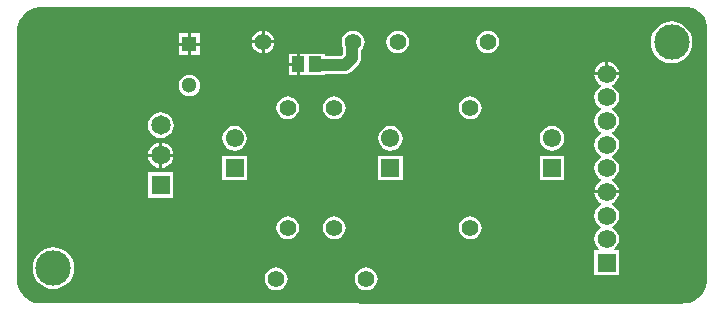
<source format=gbr>
%TF.GenerationSoftware,Altium Limited,Altium Designer,20.0.10 (225)*%
G04 Layer_Physical_Order=1*
G04 Layer_Color=255*
%FSLAX26Y26*%
%MOIN*%
%TF.FileFunction,Copper,L1,Top,Signal*%
%TF.Part,Single*%
G01*
G75*
%TA.AperFunction,SMDPad,CuDef*%
%ADD10R,0.043307X0.053150*%
%TA.AperFunction,Conductor*%
%ADD11C,0.039370*%
%ADD12C,0.010000*%
%TA.AperFunction,ComponentPad*%
%ADD13C,0.055118*%
%ADD14R,0.051181X0.051181*%
%ADD15C,0.051181*%
%ADD16C,0.064961*%
%ADD17R,0.064961X0.064961*%
%ADD18R,0.061024X0.061024*%
%ADD19C,0.061024*%
%TA.AperFunction,ViaPad*%
%ADD20C,0.061811*%
%ADD21R,0.061811X0.061811*%
%ADD22C,0.118110*%
G36*
X4895064Y4997332D02*
X4907700Y4992098D01*
X4919072Y4984499D01*
X4928743Y4974828D01*
X4936342Y4963456D01*
X4941576Y4950819D01*
X4944244Y4937405D01*
Y4930567D01*
X4944015Y4930454D01*
X4944000Y4921000D01*
Y4090033D01*
X4943740Y4090000D01*
X4943740Y4090000D01*
Y4082245D01*
X4940714Y4067032D01*
X4934779Y4052702D01*
X4926162Y4039806D01*
X4915194Y4028838D01*
X4902297Y4020221D01*
X4887968Y4014286D01*
X4872755Y4011260D01*
X4865000D01*
Y4011260D01*
X4864740Y4011000D01*
X2723740Y4011260D01*
X2715985D01*
X2700773Y4014286D01*
X2686443Y4020221D01*
X2673546Y4028838D01*
X2662579Y4039806D01*
X2653961Y4052702D01*
X2648026Y4067032D01*
X2645000Y4082245D01*
Y4090000D01*
Y4920967D01*
X2645260Y4921000D01*
X2645260Y4921000D01*
Y4928755D01*
X2648286Y4943968D01*
X2654221Y4958297D01*
X2662838Y4971194D01*
X2673806Y4982162D01*
X2686702Y4990779D01*
X2701032Y4996714D01*
X2716245Y4999740D01*
X2724000D01*
X2725000Y5000000D01*
X4881649D01*
X4895064Y4997332D01*
D02*
G37*
%LPC*%
G36*
X3470000Y4920225D02*
Y4888000D01*
X3502225D01*
X3501592Y4892805D01*
X3497808Y4901942D01*
X3491787Y4909787D01*
X3483942Y4915808D01*
X3474805Y4919592D01*
X3470000Y4920225D01*
D02*
G37*
G36*
X3460000D02*
X3455195Y4919592D01*
X3446058Y4915808D01*
X3438213Y4909787D01*
X3432192Y4901942D01*
X3428408Y4892805D01*
X3427775Y4888000D01*
X3460000D01*
Y4920225D01*
D02*
G37*
G36*
X3254590Y4911591D02*
X3224000D01*
Y4881000D01*
X3254590D01*
Y4911591D01*
D02*
G37*
G36*
X3214000D02*
X3183410D01*
Y4881000D01*
X3214000D01*
Y4911591D01*
D02*
G37*
G36*
X3502225Y4878000D02*
X3470000D01*
Y4845775D01*
X3474805Y4846408D01*
X3483942Y4850192D01*
X3491787Y4856213D01*
X3497808Y4864058D01*
X3501592Y4873195D01*
X3502225Y4878000D01*
D02*
G37*
G36*
X3460000D02*
X3427775D01*
X3428408Y4873195D01*
X3432192Y4864058D01*
X3438213Y4856213D01*
X3446058Y4850192D01*
X3455195Y4846408D01*
X3460000Y4845775D01*
Y4878000D01*
D02*
G37*
G36*
X4213000Y4920883D02*
X4203195Y4919592D01*
X4194058Y4915808D01*
X4186213Y4909787D01*
X4180192Y4901942D01*
X4176408Y4892805D01*
X4175117Y4883000D01*
X4176408Y4873195D01*
X4180192Y4864058D01*
X4186213Y4856213D01*
X4194058Y4850192D01*
X4203195Y4846408D01*
X4213000Y4845117D01*
X4222805Y4846408D01*
X4231942Y4850192D01*
X4239787Y4856213D01*
X4245808Y4864058D01*
X4249592Y4873195D01*
X4250883Y4883000D01*
X4249592Y4892805D01*
X4245808Y4901942D01*
X4239787Y4909787D01*
X4231942Y4915808D01*
X4222805Y4919592D01*
X4213000Y4920883D01*
D02*
G37*
G36*
X3913000D02*
X3903195Y4919592D01*
X3894058Y4915808D01*
X3886213Y4909787D01*
X3880192Y4901942D01*
X3876408Y4892805D01*
X3875117Y4883000D01*
X3876408Y4873195D01*
X3880192Y4864058D01*
X3886213Y4856213D01*
X3894058Y4850192D01*
X3903195Y4846408D01*
X3913000Y4845117D01*
X3922805Y4846408D01*
X3931942Y4850192D01*
X3939787Y4856213D01*
X3945808Y4864058D01*
X3949592Y4873195D01*
X3950883Y4883000D01*
X3949592Y4892805D01*
X3945808Y4901942D01*
X3939787Y4909787D01*
X3931942Y4915808D01*
X3922805Y4919592D01*
X3913000Y4920883D01*
D02*
G37*
G36*
X3254590Y4871000D02*
X3224000D01*
Y4840409D01*
X3254590D01*
Y4871000D01*
D02*
G37*
G36*
X3214000D02*
X3183410D01*
Y4840409D01*
X3214000D01*
Y4871000D01*
D02*
G37*
G36*
X3765000Y4920883D02*
X3755195Y4919592D01*
X3746058Y4915808D01*
X3738213Y4909787D01*
X3732192Y4901942D01*
X3728408Y4892805D01*
X3727117Y4883000D01*
X3728408Y4873195D01*
X3732046Y4864413D01*
Y4842451D01*
X3724535Y4834941D01*
X3670197D01*
Y4844575D01*
X3586457D01*
Y4808000D01*
Y4771425D01*
X3670197D01*
Y4775059D01*
X3736938D01*
X3744687Y4776079D01*
X3751908Y4779070D01*
X3758109Y4783828D01*
X3783159Y4808878D01*
X3787917Y4815079D01*
X3790908Y4822300D01*
X3791928Y4830049D01*
Y4856396D01*
X3797808Y4864058D01*
X3801592Y4873195D01*
X3802883Y4883000D01*
X3801592Y4892805D01*
X3797808Y4901942D01*
X3791787Y4909787D01*
X3783942Y4915808D01*
X3774805Y4919592D01*
X3765000Y4920883D01*
D02*
G37*
G36*
X3576457Y4844575D02*
X3549803D01*
Y4813000D01*
X3576457D01*
Y4844575D01*
D02*
G37*
G36*
X4825905Y4951279D02*
X4812368Y4949946D01*
X4799351Y4945997D01*
X4787355Y4939585D01*
X4776840Y4930955D01*
X4768211Y4920440D01*
X4761798Y4908444D01*
X4757850Y4895427D01*
X4756516Y4881890D01*
X4757850Y4868353D01*
X4761798Y4855336D01*
X4768211Y4843339D01*
X4776840Y4832824D01*
X4787355Y4824195D01*
X4799351Y4817783D01*
X4812368Y4813834D01*
X4825905Y4812501D01*
X4839443Y4813834D01*
X4852460Y4817783D01*
X4864456Y4824195D01*
X4874971Y4832824D01*
X4883600Y4843339D01*
X4890013Y4855336D01*
X4893961Y4868353D01*
X4895295Y4881890D01*
X4893961Y4895427D01*
X4890013Y4908444D01*
X4883600Y4920440D01*
X4874971Y4930955D01*
X4864456Y4939585D01*
X4852460Y4945997D01*
X4839443Y4949946D01*
X4825905Y4951279D01*
D02*
G37*
G36*
X4614370Y4817561D02*
Y4781961D01*
X4649970D01*
X4649223Y4787639D01*
X4645101Y4797590D01*
X4638544Y4806135D01*
X4629999Y4812691D01*
X4620049Y4816813D01*
X4614370Y4817561D01*
D02*
G37*
G36*
X4604370D02*
X4598692Y4816813D01*
X4588741Y4812691D01*
X4580196Y4806135D01*
X4573639Y4797590D01*
X4569517Y4787639D01*
X4568770Y4781961D01*
X4604370D01*
Y4817561D01*
D02*
G37*
G36*
X3576457Y4803000D02*
X3549803D01*
Y4771425D01*
X3576457D01*
Y4803000D01*
D02*
G37*
G36*
X3219000Y4774102D02*
X3209709Y4772879D01*
X3201051Y4769293D01*
X3193617Y4763588D01*
X3187912Y4756154D01*
X3184326Y4747496D01*
X3183102Y4738205D01*
X3184326Y4728914D01*
X3187912Y4720256D01*
X3193617Y4712821D01*
X3201051Y4707117D01*
X3209709Y4703530D01*
X3219000Y4702307D01*
X3228291Y4703530D01*
X3236949Y4707117D01*
X3244383Y4712821D01*
X3250088Y4720256D01*
X3253674Y4728914D01*
X3254898Y4738205D01*
X3253674Y4747496D01*
X3250088Y4756154D01*
X3244383Y4763588D01*
X3236949Y4769293D01*
X3228291Y4772879D01*
X3219000Y4774102D01*
D02*
G37*
G36*
X4155000Y4701883D02*
X4145195Y4700592D01*
X4136058Y4696808D01*
X4128213Y4690787D01*
X4122192Y4682942D01*
X4118408Y4673805D01*
X4117117Y4664000D01*
X4118408Y4654195D01*
X4122192Y4645058D01*
X4128213Y4637213D01*
X4136058Y4631192D01*
X4145195Y4627408D01*
X4155000Y4626117D01*
X4164805Y4627408D01*
X4173942Y4631192D01*
X4181787Y4637213D01*
X4187808Y4645058D01*
X4191592Y4654195D01*
X4192883Y4664000D01*
X4191592Y4673805D01*
X4187808Y4682942D01*
X4181787Y4690787D01*
X4173942Y4696808D01*
X4164805Y4700592D01*
X4155000Y4701883D01*
D02*
G37*
G36*
X3702000D02*
X3692195Y4700592D01*
X3683058Y4696808D01*
X3675213Y4690787D01*
X3669192Y4682942D01*
X3665408Y4673805D01*
X3664117Y4664000D01*
X3665408Y4654195D01*
X3669192Y4645058D01*
X3675213Y4637213D01*
X3683058Y4631192D01*
X3692195Y4627408D01*
X3702000Y4626117D01*
X3711805Y4627408D01*
X3720942Y4631192D01*
X3728787Y4637213D01*
X3734808Y4645058D01*
X3738592Y4654195D01*
X3739883Y4664000D01*
X3738592Y4673805D01*
X3734808Y4682942D01*
X3728787Y4690787D01*
X3720942Y4696808D01*
X3711805Y4700592D01*
X3702000Y4701883D01*
D02*
G37*
G36*
X3546000D02*
X3536195Y4700592D01*
X3527058Y4696808D01*
X3519213Y4690787D01*
X3513192Y4682942D01*
X3509408Y4673805D01*
X3508117Y4664000D01*
X3509408Y4654195D01*
X3513192Y4645058D01*
X3519213Y4637213D01*
X3527058Y4631192D01*
X3536195Y4627408D01*
X3546000Y4626117D01*
X3555805Y4627408D01*
X3564942Y4631192D01*
X3572787Y4637213D01*
X3578808Y4645058D01*
X3582592Y4654195D01*
X3583883Y4664000D01*
X3582592Y4673805D01*
X3578808Y4682942D01*
X3572787Y4690787D01*
X3564942Y4696808D01*
X3555805Y4700592D01*
X3546000Y4701883D01*
D02*
G37*
G36*
X3123000Y4648319D02*
X3111910Y4646859D01*
X3101577Y4642579D01*
X3092703Y4635770D01*
X3085894Y4626896D01*
X3081613Y4616562D01*
X3080153Y4605472D01*
X3081613Y4594383D01*
X3085894Y4584049D01*
X3092703Y4575175D01*
X3101577Y4568366D01*
X3111910Y4564086D01*
X3123000Y4562626D01*
X3134090Y4564086D01*
X3144423Y4568366D01*
X3153297Y4575175D01*
X3160106Y4584049D01*
X3164387Y4594383D01*
X3165847Y4605472D01*
X3164387Y4616562D01*
X3160106Y4626896D01*
X3153297Y4635770D01*
X3144423Y4642579D01*
X3134090Y4646859D01*
X3123000Y4648319D01*
D02*
G37*
G36*
X4427465Y4602672D02*
X4416889Y4601280D01*
X4407034Y4597198D01*
X4398571Y4590704D01*
X4392078Y4582242D01*
X4387995Y4572387D01*
X4386603Y4561811D01*
X4387995Y4551235D01*
X4392078Y4541380D01*
X4398571Y4532918D01*
X4407034Y4526424D01*
X4416889Y4522342D01*
X4427465Y4520950D01*
X4438040Y4522342D01*
X4447895Y4526424D01*
X4456358Y4532918D01*
X4462852Y4541380D01*
X4466934Y4551235D01*
X4468326Y4561811D01*
X4466934Y4572387D01*
X4462852Y4582242D01*
X4456358Y4590704D01*
X4447895Y4597198D01*
X4438040Y4601280D01*
X4427465Y4602672D01*
D02*
G37*
G36*
X3888882D02*
X3878306Y4601280D01*
X3868451Y4597198D01*
X3859988Y4590704D01*
X3853495Y4582242D01*
X3849413Y4572387D01*
X3848021Y4561811D01*
X3849413Y4551235D01*
X3853495Y4541380D01*
X3859988Y4532918D01*
X3868451Y4526424D01*
X3878306Y4522342D01*
X3888882Y4520950D01*
X3899458Y4522342D01*
X3909313Y4526424D01*
X3917775Y4532918D01*
X3924269Y4541380D01*
X3928351Y4551235D01*
X3929743Y4561811D01*
X3928351Y4572387D01*
X3924269Y4582242D01*
X3917775Y4590704D01*
X3909313Y4597198D01*
X3899458Y4601280D01*
X3888882Y4602672D01*
D02*
G37*
G36*
X3369197D02*
X3358621Y4601280D01*
X3348766Y4597198D01*
X3340303Y4590704D01*
X3333810Y4582242D01*
X3329728Y4572387D01*
X3328336Y4561811D01*
X3329728Y4551235D01*
X3333810Y4541380D01*
X3340303Y4532918D01*
X3348766Y4526424D01*
X3358621Y4522342D01*
X3369197Y4520950D01*
X3379773Y4522342D01*
X3389628Y4526424D01*
X3398090Y4532918D01*
X3404584Y4541380D01*
X3408666Y4551235D01*
X3410058Y4561811D01*
X3408666Y4572387D01*
X3404584Y4582242D01*
X3398090Y4590704D01*
X3389628Y4597198D01*
X3379773Y4601280D01*
X3369197Y4602672D01*
D02*
G37*
G36*
X3128000Y4547661D02*
Y4510472D01*
X3165189D01*
X3164387Y4516562D01*
X3160106Y4526896D01*
X3153297Y4535770D01*
X3144423Y4542579D01*
X3134090Y4546859D01*
X3128000Y4547661D01*
D02*
G37*
G36*
X3118000D02*
X3111910Y4546859D01*
X3101577Y4542579D01*
X3092703Y4535770D01*
X3085894Y4526896D01*
X3081613Y4516562D01*
X3080811Y4510472D01*
X3118000D01*
Y4547661D01*
D02*
G37*
G36*
X3165189Y4500472D02*
X3128000D01*
Y4463284D01*
X3134090Y4464086D01*
X3144423Y4468366D01*
X3153297Y4475175D01*
X3160106Y4484049D01*
X3164387Y4494383D01*
X3165189Y4500472D01*
D02*
G37*
G36*
X3118000D02*
X3080811D01*
X3081613Y4494383D01*
X3085894Y4484049D01*
X3092703Y4475175D01*
X3101577Y4468366D01*
X3111910Y4464086D01*
X3118000Y4463284D01*
Y4500472D01*
D02*
G37*
G36*
X4467976Y4502323D02*
X4386953D01*
Y4421299D01*
X4467976D01*
Y4502323D01*
D02*
G37*
G36*
X3929394D02*
X3848370D01*
Y4421299D01*
X3929394D01*
Y4502323D01*
D02*
G37*
G36*
X3409709D02*
X3328685D01*
Y4421299D01*
X3409709D01*
Y4502323D01*
D02*
G37*
G36*
X4649970Y4771961D02*
X4568770D01*
X4569517Y4766282D01*
X4573639Y4756331D01*
X4580196Y4747786D01*
X4588741Y4741230D01*
X4591491Y4740091D01*
Y4735091D01*
X4588741Y4733951D01*
X4580196Y4727395D01*
X4573639Y4718850D01*
X4569517Y4708899D01*
X4568112Y4698220D01*
X4569517Y4687542D01*
X4573639Y4677591D01*
X4580196Y4669046D01*
X4588741Y4662489D01*
X4591491Y4661350D01*
Y4656350D01*
X4588741Y4655211D01*
X4580196Y4648654D01*
X4573639Y4640110D01*
X4569517Y4630159D01*
X4568112Y4619480D01*
X4569517Y4608802D01*
X4573639Y4598851D01*
X4580196Y4590306D01*
X4588741Y4583749D01*
X4591491Y4582610D01*
Y4577610D01*
X4588741Y4576471D01*
X4580196Y4569914D01*
X4573639Y4561369D01*
X4569517Y4551419D01*
X4568112Y4540740D01*
X4569517Y4530062D01*
X4573639Y4520111D01*
X4580196Y4511566D01*
X4588741Y4505009D01*
X4591491Y4503870D01*
Y4498870D01*
X4588741Y4497731D01*
X4580196Y4491174D01*
X4573639Y4482629D01*
X4569517Y4472678D01*
X4568112Y4462000D01*
X4569517Y4451322D01*
X4573639Y4441371D01*
X4580196Y4432826D01*
X4588741Y4426269D01*
X4591491Y4425130D01*
Y4420130D01*
X4588741Y4418991D01*
X4580196Y4412434D01*
X4573639Y4403889D01*
X4569517Y4393938D01*
X4568770Y4388260D01*
X4649970D01*
X4649223Y4393938D01*
X4645101Y4403889D01*
X4638544Y4412434D01*
X4629999Y4418991D01*
X4627249Y4420130D01*
Y4425130D01*
X4629999Y4426269D01*
X4638544Y4432826D01*
X4645101Y4441371D01*
X4649223Y4451322D01*
X4650629Y4462000D01*
X4649223Y4472678D01*
X4645101Y4482629D01*
X4638544Y4491174D01*
X4629999Y4497731D01*
X4627249Y4498870D01*
Y4503870D01*
X4629999Y4505009D01*
X4638544Y4511566D01*
X4645101Y4520111D01*
X4649223Y4530062D01*
X4650629Y4540740D01*
X4649223Y4551419D01*
X4645101Y4561369D01*
X4638544Y4569914D01*
X4629999Y4576471D01*
X4627249Y4577610D01*
Y4582610D01*
X4629999Y4583749D01*
X4638544Y4590306D01*
X4645101Y4598851D01*
X4649223Y4608802D01*
X4650629Y4619480D01*
X4649223Y4630159D01*
X4645101Y4640110D01*
X4638544Y4648654D01*
X4629999Y4655211D01*
X4627249Y4656350D01*
Y4661350D01*
X4629999Y4662489D01*
X4638544Y4669046D01*
X4645101Y4677591D01*
X4649223Y4687542D01*
X4650629Y4698220D01*
X4649223Y4708899D01*
X4645101Y4718850D01*
X4638544Y4727395D01*
X4629999Y4733951D01*
X4627249Y4735091D01*
Y4740091D01*
X4629999Y4741230D01*
X4638544Y4747786D01*
X4645101Y4756331D01*
X4649223Y4766282D01*
X4649970Y4771961D01*
D02*
G37*
G36*
X3165480Y4447953D02*
X3080520D01*
Y4362992D01*
X3165480D01*
Y4447953D01*
D02*
G37*
G36*
X4155000Y4301883D02*
X4145195Y4300592D01*
X4136058Y4296808D01*
X4128213Y4290787D01*
X4122192Y4282942D01*
X4118408Y4273805D01*
X4117117Y4264000D01*
X4118408Y4254195D01*
X4122192Y4245058D01*
X4128213Y4237213D01*
X4136058Y4231192D01*
X4145195Y4227408D01*
X4155000Y4226117D01*
X4164805Y4227408D01*
X4173942Y4231192D01*
X4181787Y4237213D01*
X4187808Y4245058D01*
X4191592Y4254195D01*
X4192883Y4264000D01*
X4191592Y4273805D01*
X4187808Y4282942D01*
X4181787Y4290787D01*
X4173942Y4296808D01*
X4164805Y4300592D01*
X4155000Y4301883D01*
D02*
G37*
G36*
X3702000D02*
X3692195Y4300592D01*
X3683058Y4296808D01*
X3675213Y4290787D01*
X3669192Y4282942D01*
X3665408Y4273805D01*
X3664117Y4264000D01*
X3665408Y4254195D01*
X3669192Y4245058D01*
X3675213Y4237213D01*
X3683058Y4231192D01*
X3692195Y4227408D01*
X3702000Y4226117D01*
X3711805Y4227408D01*
X3720942Y4231192D01*
X3728787Y4237213D01*
X3734808Y4245058D01*
X3738592Y4254195D01*
X3739883Y4264000D01*
X3738592Y4273805D01*
X3734808Y4282942D01*
X3728787Y4290787D01*
X3720942Y4296808D01*
X3711805Y4300592D01*
X3702000Y4301883D01*
D02*
G37*
G36*
X3546000D02*
X3536195Y4300592D01*
X3527058Y4296808D01*
X3519213Y4290787D01*
X3513192Y4282942D01*
X3509408Y4273805D01*
X3508117Y4264000D01*
X3509408Y4254195D01*
X3513192Y4245058D01*
X3519213Y4237213D01*
X3527058Y4231192D01*
X3536195Y4227408D01*
X3546000Y4226117D01*
X3555805Y4227408D01*
X3564942Y4231192D01*
X3572787Y4237213D01*
X3578808Y4245058D01*
X3582592Y4254195D01*
X3583883Y4264000D01*
X3582592Y4273805D01*
X3578808Y4282942D01*
X3572787Y4290787D01*
X3564942Y4296808D01*
X3555805Y4300592D01*
X3546000Y4301883D01*
D02*
G37*
G36*
X4649970Y4378260D02*
X4568770D01*
X4569517Y4372581D01*
X4573639Y4362631D01*
X4580196Y4354086D01*
X4588741Y4347529D01*
X4591491Y4346390D01*
Y4341390D01*
X4588741Y4340251D01*
X4580196Y4333694D01*
X4573639Y4325149D01*
X4569517Y4315198D01*
X4568112Y4304520D01*
X4569517Y4293841D01*
X4573639Y4283890D01*
X4580196Y4275345D01*
X4588741Y4268789D01*
X4591491Y4267650D01*
Y4262650D01*
X4588741Y4261510D01*
X4580196Y4254954D01*
X4573639Y4246409D01*
X4569517Y4236458D01*
X4568112Y4225779D01*
X4569517Y4215101D01*
X4573639Y4205150D01*
X4580196Y4196605D01*
X4584966Y4192945D01*
X4583269Y4187945D01*
X4568465D01*
Y4106134D01*
X4650276D01*
Y4187945D01*
X4635471D01*
X4633774Y4192945D01*
X4638544Y4196605D01*
X4645101Y4205150D01*
X4649223Y4215101D01*
X4650629Y4225779D01*
X4649223Y4236458D01*
X4645101Y4246409D01*
X4638544Y4254954D01*
X4629999Y4261510D01*
X4627249Y4262650D01*
Y4267650D01*
X4629999Y4268789D01*
X4638544Y4275345D01*
X4645101Y4283890D01*
X4649223Y4293841D01*
X4650629Y4304520D01*
X4649223Y4315198D01*
X4645101Y4325149D01*
X4638544Y4333694D01*
X4629999Y4340251D01*
X4627249Y4341390D01*
Y4346390D01*
X4629999Y4347529D01*
X4638544Y4354086D01*
X4645101Y4362631D01*
X4649223Y4372581D01*
X4649970Y4378260D01*
D02*
G37*
G36*
X2765378Y4198484D02*
X2751841Y4197150D01*
X2738824Y4193202D01*
X2726827Y4186789D01*
X2716312Y4178160D01*
X2707683Y4167645D01*
X2701271Y4155649D01*
X2697322Y4142632D01*
X2695989Y4129095D01*
X2697322Y4115557D01*
X2701271Y4102540D01*
X2707683Y4090544D01*
X2716312Y4080029D01*
X2726827Y4071399D01*
X2738824Y4064987D01*
X2751841Y4061039D01*
X2765378Y4059705D01*
X2778915Y4061039D01*
X2791932Y4064987D01*
X2803929Y4071399D01*
X2814444Y4080029D01*
X2823073Y4090544D01*
X2829485Y4102540D01*
X2833434Y4115557D01*
X2834767Y4129095D01*
X2833434Y4142632D01*
X2829485Y4155649D01*
X2823073Y4167645D01*
X2814444Y4178160D01*
X2803929Y4186789D01*
X2791932Y4193202D01*
X2778915Y4197150D01*
X2765378Y4198484D01*
D02*
G37*
G36*
X3808000Y4131883D02*
X3798195Y4130592D01*
X3789058Y4126808D01*
X3781213Y4120787D01*
X3775192Y4112942D01*
X3771408Y4103805D01*
X3770117Y4094000D01*
X3771408Y4084195D01*
X3775192Y4075058D01*
X3781213Y4067213D01*
X3789058Y4061192D01*
X3798195Y4057408D01*
X3808000Y4056117D01*
X3817805Y4057408D01*
X3826942Y4061192D01*
X3834787Y4067213D01*
X3840808Y4075058D01*
X3844592Y4084195D01*
X3845883Y4094000D01*
X3844592Y4103805D01*
X3840808Y4112942D01*
X3834787Y4120787D01*
X3826942Y4126808D01*
X3817805Y4130592D01*
X3808000Y4131883D01*
D02*
G37*
G36*
X3508000D02*
X3498195Y4130592D01*
X3489058Y4126808D01*
X3481213Y4120787D01*
X3475192Y4112942D01*
X3471408Y4103805D01*
X3470117Y4094000D01*
X3471408Y4084195D01*
X3475192Y4075058D01*
X3481213Y4067213D01*
X3489058Y4061192D01*
X3498195Y4057408D01*
X3508000Y4056117D01*
X3517805Y4057408D01*
X3526942Y4061192D01*
X3534787Y4067213D01*
X3540808Y4075058D01*
X3544592Y4084195D01*
X3545883Y4094000D01*
X3544592Y4103805D01*
X3540808Y4112942D01*
X3534787Y4120787D01*
X3526942Y4126808D01*
X3517805Y4130592D01*
X3508000Y4131883D01*
D02*
G37*
%LPD*%
D10*
X3581457Y4808000D02*
D03*
X3638543D02*
D03*
D11*
X3761987Y4881987D02*
X3765000Y4885000D01*
X3640512Y4805000D02*
X3736938D01*
X3761987Y4830049D02*
Y4881987D01*
X3736938Y4805000D02*
X3761987Y4830049D01*
X3638543Y4806968D02*
Y4808000D01*
Y4806968D02*
X3640512Y4805000D01*
D12*
X3913000Y4883000D02*
X3915000Y4885000D01*
D13*
X3465000Y4883000D02*
D03*
X3765000D02*
D03*
X4155000Y4664000D02*
D03*
Y4264000D02*
D03*
X3913000Y4883000D02*
D03*
X4213000D02*
D03*
X3508000Y4094000D02*
D03*
X3808000D02*
D03*
X3546000Y4664000D02*
D03*
Y4264000D02*
D03*
X3702000Y4664000D02*
D03*
Y4264000D02*
D03*
D14*
X3219000Y4876000D02*
D03*
D15*
Y4738205D02*
D03*
D16*
X3123000Y4605472D02*
D03*
Y4505472D02*
D03*
D17*
Y4405472D02*
D03*
D18*
X3369197Y4461811D02*
D03*
X3888882D02*
D03*
X4427465D02*
D03*
D19*
X3369197Y4561811D02*
D03*
X3888882D02*
D03*
X4427465D02*
D03*
D20*
X4609370Y4776961D02*
D03*
Y4698220D02*
D03*
Y4619480D02*
D03*
Y4540740D02*
D03*
Y4462000D02*
D03*
Y4383260D02*
D03*
Y4304520D02*
D03*
Y4225779D02*
D03*
D21*
Y4147039D02*
D03*
D22*
X4825905Y4881890D02*
D03*
X2765378Y4129095D02*
D03*
%TF.MD5,79c5852cb31059caf32968c99cdcc3ce*%
M02*

</source>
